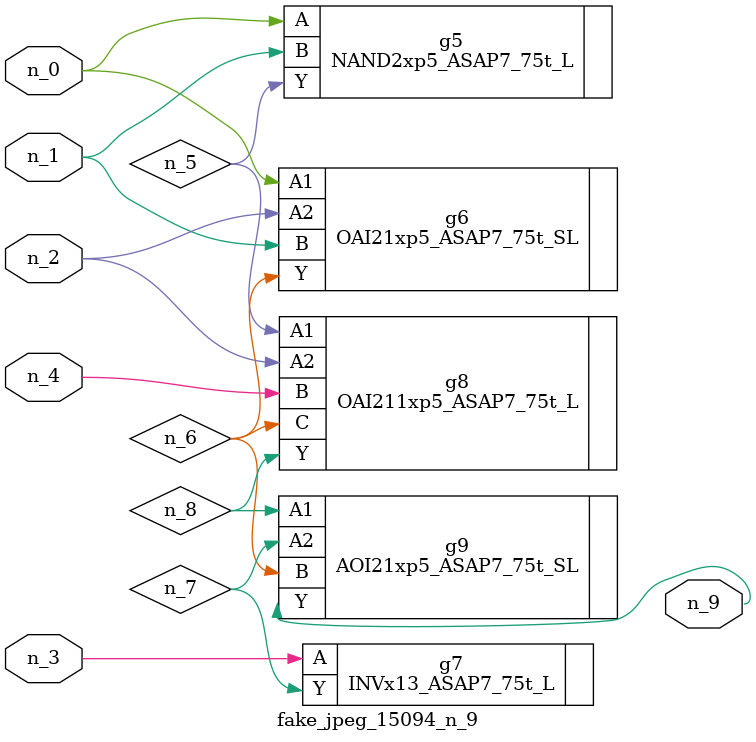
<source format=v>
module fake_jpeg_15094_n_9 (n_3, n_2, n_1, n_0, n_4, n_9);

input n_3;
input n_2;
input n_1;
input n_0;
input n_4;

output n_9;

wire n_8;
wire n_6;
wire n_5;
wire n_7;

NAND2xp5_ASAP7_75t_L g5 ( 
.A(n_0),
.B(n_1),
.Y(n_5)
);

OAI21xp5_ASAP7_75t_SL g6 ( 
.A1(n_0),
.A2(n_2),
.B(n_1),
.Y(n_6)
);

INVx13_ASAP7_75t_L g7 ( 
.A(n_3),
.Y(n_7)
);

OAI211xp5_ASAP7_75t_L g8 ( 
.A1(n_5),
.A2(n_2),
.B(n_4),
.C(n_6),
.Y(n_8)
);

AOI21xp5_ASAP7_75t_SL g9 ( 
.A1(n_8),
.A2(n_7),
.B(n_6),
.Y(n_9)
);


endmodule
</source>
